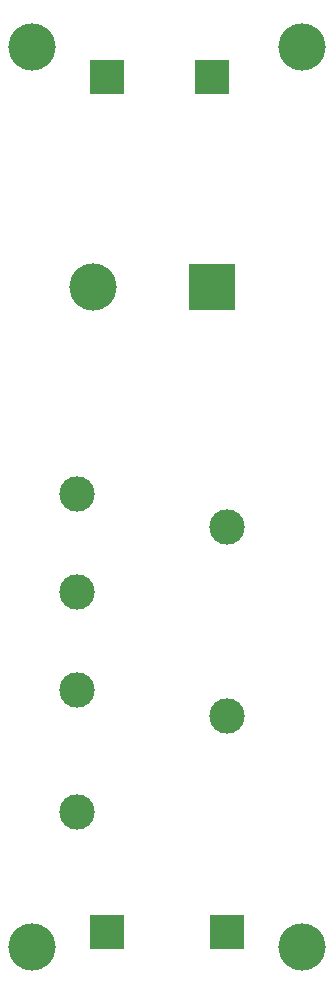
<source format=gbr>
%TF.GenerationSoftware,KiCad,Pcbnew,5.1.9-73d0e3b20d~88~ubuntu20.04.1*%
%TF.CreationDate,2021-04-01T19:01:08+02:00*%
%TF.ProjectId,fuente1,6675656e-7465-4312-9e6b-696361645f70,rev?*%
%TF.SameCoordinates,PXc1c960PYc1c960*%
%TF.FileFunction,Copper,L1,Top*%
%TF.FilePolarity,Positive*%
%FSLAX46Y46*%
G04 Gerber Fmt 4.6, Leading zero omitted, Abs format (unit mm)*
G04 Created by KiCad (PCBNEW 5.1.9-73d0e3b20d~88~ubuntu20.04.1) date 2021-04-01 19:01:08*
%MOMM*%
%LPD*%
G01*
G04 APERTURE LIST*
%TA.AperFunction,ComponentPad*%
%ADD10C,3.000000*%
%TD*%
%TA.AperFunction,ComponentPad*%
%ADD11C,4.000000*%
%TD*%
%TA.AperFunction,ComponentPad*%
%ADD12R,4.000000X4.000000*%
%TD*%
%TA.AperFunction,ComponentPad*%
%ADD13R,3.000000X3.000000*%
%TD*%
%TA.AperFunction,ViaPad*%
%ADD14C,4.000000*%
%TD*%
G04 APERTURE END LIST*
D10*
%TO.P,D1,1*%
%TO.N,Net-(C1-Pad1)*%
X6350000Y-67310000D03*
%TO.P,D1,4*%
%TO.N,Net-(D1-Pad4)*%
X6350000Y-57010000D03*
%TO.P,D1,3*%
%TO.N,Net-(D1-Pad3)*%
X6350000Y-48710000D03*
%TO.P,D1,2*%
%TO.N,Net-(C1-Pad2)*%
X6350000Y-40370000D03*
%TD*%
%TO.P,F1,2*%
%TO.N,Net-(C1-Pad1)*%
X19050000Y-59180000D03*
%TO.P,F1,1*%
%TO.N,Net-(F1-Pad1)*%
X19050000Y-43180000D03*
%TD*%
D11*
%TO.P,C1,2*%
%TO.N,Net-(C1-Pad2)*%
X7780000Y-22860000D03*
D12*
%TO.P,C1,1*%
%TO.N,Net-(C1-Pad1)*%
X17780000Y-22860000D03*
%TD*%
D13*
%TO.P,J1,1*%
%TO.N,Net-(D1-Pad3)*%
X19050000Y-77470000D03*
%TD*%
%TO.P,J2,1*%
%TO.N,Net-(D1-Pad4)*%
X8890000Y-77470000D03*
%TD*%
%TO.P,JA1,1*%
%TO.N,Net-(F1-Pad1)*%
X17780000Y-5080000D03*
%TD*%
%TO.P,JB1,1*%
%TO.N,Net-(C1-Pad2)*%
X8890000Y-5080000D03*
%TD*%
D14*
%TO.N,*%
X2540000Y-2540000D03*
X25400000Y-2540000D03*
X2540000Y-78740000D03*
X25400000Y-78740000D03*
%TD*%
M02*

</source>
